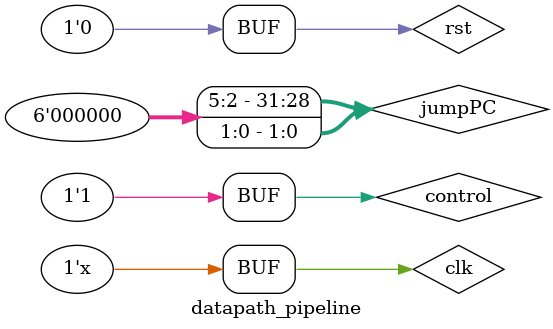
<source format=v>
module datapath_pipeline();
	reg clk;
	wire [31:0] pc , pc_out;
	wire [31:0] instruction, instruction_ID, instruction_EX;
	reg rst;
	wire zero;
	wire [31:0]rs,rt,rd, ans,rd_final_data;
	//temp var
	reg [4:0] reg_des_address;  
	//control signals
	wire regDest,jump, branch, MemRead, MemtoReg, MemWrite, ALUSrc, RegWrite;
	wire [1:0] ALUOp;
	wire branchCheck;
 	reg [31:0] tempPC, jumpPC;
	wire [31:0] data_out, data_out_WB;
	reg control;
//==================>Control Signals for Registers<=========================
	// IO for ID_EX_pipeline_reg 
	wire regDest_EX,jump_EX, branch_EX, MemRead_EX, MemtoReg_EX, MemWrite_EX, ALUSrc_EX,RegWrite_EX;
	wire [1:0] ALUOp_EX;
	
	wire [31:0] rs_EX,rt_EX, alu_data_EX, SignExtend_EX;
	wire [4:0] rt_address, rd_address;

	// IO for EX_MEM_pipeline_reg 
	wire jump_MEM, branch_MEM, MemRead_MEM, MemtoReg_MEM, MemWrite_MEM, RegWrite_MEM, zero_MEM;
	wire [31:0] branch_address_1;

	wire [4:0] reg_des_address_MEM;
	wire [31:0] ans_1, rt_1, ans_final;
	
	// IO for MEM_WB_pipeline_reg
	wire RegWrite_WB, MemtoReg_WB;
	wire [4:0] reg_des_address_WB;
//========================Before IF/ID Register====================================
	//PC Call
	PC_pipeline uut (
		.pc(pc),
	    	.jump_address(jumpPC),
		.pc_out(pc_out),
        	.jump(jump),
		.clk(clk),
		.rst(rst)
	);

	//get instruction Call
	instr_rom getInstruction (
		.address(pc), 
		.instr(instruction));
	
//=====================>IF/ID reg Call<======================
	wire [31:0] alu_data_out;
	
	IF_ID_pipeline_reg IF_ID_call(
		.clk(clk),
		.reset(rst),
		.alu_data(pc+1), // =====================Ya PC +1 wali setting krlena noor ============================ 
		.inst_mem_data(instruction),
		
		.alu_data_out(alu_data_out),
		.inst_mem_data_out(instruction_ID)
	);
	
//======================================>Before ID_EX Register<================================
	
	//set control signals
	control_sig cs(
		.control(control),
		.regDest(regDest),
		.jump(jump),
		.branch(branch),
		.MemRead(MemRead),
		.MemtoReg(MemtoReg),
		.MemWrite(MemWrite),
		.ALUSrc(ALUSrc),
		.RegWrite(RegWrite),
		.ALUOp(ALUOp),
		.opcode(instruction_ID[31:26])
	);

	//register file call
	
	reg_file getData(
		.rdata1(rs),
		.rdata2(rt),
		.rs1(instruction_ID[25:21]),
		.rs2(instruction_ID[20:16]),
		.rd(reg_des_address_WB), 
		.write_data(rd_final_data),
		.clk(clk),
		.mem_write(RegWrite_WB)
	);
	
	// SignExtend Call
	wire [31:0] SignExtend;
	sign_extend se(instruction_ID[15:0], SignExtend);
	
	
//=====================================>ID_EX_pipeline_reg call<====================================	

	
	
	ID_EX_pipeline_reg ID_EX_Call(
		.clk(clk),
		.reset(rst),
		
		.alu_data(alu_data_out), //===========Question pc+1 alu data isa dakh lena======
		.rs(rs),
		.rt(rt),
		.sign_extend_inp(SignExtend),
		.rt_address(instruction_ID[20:16]),
		.rd_address(instruction_ID[15:11]),
		
		.alu_data_out(alu_data_EX),//========Question pc+1 alu data isa dakh lena==========
		.rs_out(rs_EX),
		.rt_out(rt_EX),
		.sign_extend_out(SignExtend_EX),
		.rt_address_out(rt_address),
		.rd_address_out(rd_address),
		
		.regDest(regDest),
		.jump(jump),
		.branch(branch),
		.MemRead(MemRead),
		.MemtoReg(MemtoReg),
		.MemWrite(MemWrite),
		.ALUSrc(ALUSrc),
		.ALUOp(ALUOp),
		.RegWrite(RegWrite),
		
		.regDest_out(regDest_EX),
		.jump_out(jump_EX),
		.branch_out(branch_EX),
		.MemRead_out(MemRead_EX),
		.MemtoReg_out(MemtoReg_EX),
		.MemWrite_out(MemWrite_EX),
		.ALUSrc_out(ALUSrc_EX),
		.ALUOp_out(ALUOp_EX),
		.RegWrite_out(RegWrite_EX),
		.instruction(instruction_ID),
		.instruction_out(instruction_EX)
	);


	
	always @* begin
		reg_des_address = regDest_EX ? rd_address : rt_address;
	end

	reg [31:0] alu_inp_2 ; 
	reg [31:0] branch_address; 
	
	always @* begin
		if (ALUSrc_EX == 1) begin
			alu_inp_2[14:0] = instruction_EX[14:0];
			alu_inp_2[31] = instruction_EX[15];
		end
		else begin
			alu_inp_2 = rt_EX;
		end
		
		if (branch_EX == 1) begin
			branch_address[14:0]= instruction_EX[15:0];
			branch_address = branch_address << 2;
			branch_address = branch_address+pc;
		end else
			branch_address = 0;
		jumpPC=0;
		jumpPC = instruction[25:0];
		jumpPC = jumpPC<<2;
		
	end

	
	
	alu_pipeline calc(
		.ans(ans),
		.zero(zero),
		.a(rs_EX),
		.b(alu_inp_2),
		.aluOP(ALUOp_EX),
		.sel(instruction_EX[5:0])
		);
		
	
//=====================================> EX/MEM <==============================	
	
	
	EX_MEM_pipeline_reg  EX_MEM_CALL(
		.clk(clk),
		.reset(rst),
    
		.alu_data1(branch_address), 
		.alu_data2(ans),
		.rt(rt_EX),
		.zero(zero),
		.reg_des_address(reg_des_address),
	
		.alu_data_out1(branch_address_1),
		.alu_data_out2(ans_1),
		.rt_out(rt_1),
		.zero_out(zero_MEM),
		.reg_des_address_out(reg_des_address_MEM),
		
		.jump(jump_EX),
		.branch(branch_EX),
		.MemRead(MemRead_EX),
		.MemtoReg(MemtoReg_EX),
		.MemWrite(MemWrite_EX),
		.RegWrite(RegWrite_EX),
		
		.jump_out(jump_MEM),
		.branch_out(branch_MEM),
		.MemRead_out(MemRead_MEM),
		.MemtoReg_out(MemtoReg_MEM),
		.MemWrite_out(MemWrite_MEM),
		.RegWrite_out(RegWrite_MEM)
);


	reg PCSrc;
	always @(*) begin
		PCSrc = zero_MEM & branch_MEM;
		
		tempPC  = branch_address_1;
	end
	assign branchCheck = zero_MEM & branch_MEM;
	assign pc = rst? 32'b0 : (branchCheck)? tempPC: pc_out;

//Calling Data Memory
	
	data_mem DataMemCall(
		.address(ans_1), 
		.data_in(rt_1),
        	.data_out(data_out),  
		.we(MemWrite_MEM), 
		.clk(clk)
		);
//========================>MEM_WB Call<=================================
	
	
	
	MEM_WB_pipeline_reg  MEM_WB(
		.clk(clk),
		.reset(rst),
		
		.alu_data(ans_1), 
		.rd(rd),
		.rd_address(reg_des_address_MEM),
		.data(data_out),

		.RegWrite(RegWrite_MEM),
		.MemtoReg(MemtoReg_MEM),
		
		.rd_out(rd),
		.alu_data_out(ans_final),
		.rd_address_out(reg_des_address_WB),
		.data_out(data_out_WB),

		.RegWrite_out(RegWrite_WB),
		.MemtoReg_out(MemtoReg_WB)
		
	);
	assign rd_final_data = MemtoReg_WB? data_out_WB: ans_final;
	
	initial begin
		rst = 1;clk=1;
		tempPC = 0;
		PCSrc=0;
		control=0;
		#100;
		rst = 0; 
		#50;
		control=1;
	end

	always #50 clk = ~clk;

endmodule

</source>
